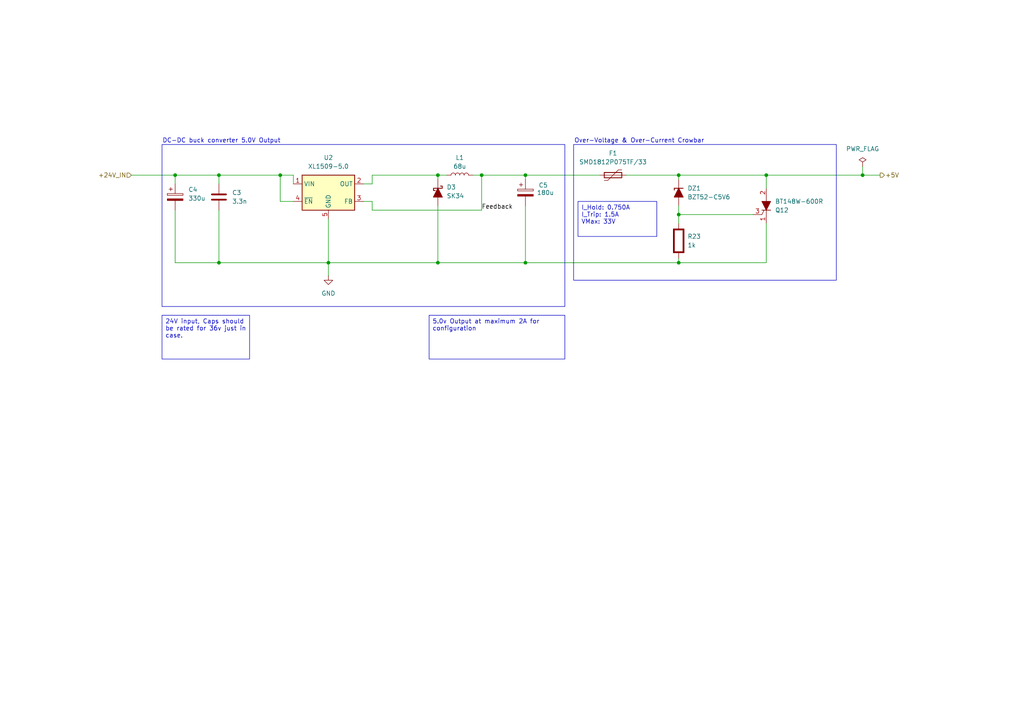
<source format=kicad_sch>
(kicad_sch (version 20250114) (generator "eeschema") (generator_version "9.0")
  (paper "A4")
  (lib_symbols
    (symbol "Device:C" (pin_numbers (hide yes)) (pin_names (offset 0.254))
      (property "Reference" "C" (at 0.635 2.54 0))
      (property "Value" "C" (at 0.635 -2.54 0))
      (symbol "C_0_1"
        (polyline (pts (xy -2.032 0.762) (xy 2.032 0.762)) (stroke (width 0.508)))
        (polyline (pts (xy -2.032 -0.762) (xy 2.032 -0.762)) (stroke (width 0.508)))
      )
      (symbol "C_1_1"
        (pin passive line (at 0 3.81 270) (length 2.794) (name "~") (number "1"))
        (pin passive line (at 0 -3.81 90) (length 2.794) (name "~") (number "2"))
      )
    )
    (symbol "Device:C_Polarized" (pin_numbers (hide yes)) (pin_names (offset 0.254))
      (property "Reference" "C" (at 0.635 2.54 0))
      (property "Value" "C_Polarized" (at 0.635 -2.54 0))
      (symbol "C_Polarized_0_1"
        (rectangle (start -2.286 0.508) (end 2.286 1.016))
        (polyline (pts (xy -1.778 2.286) (xy -0.762 2.286)))
        (polyline (pts (xy -1.27 2.794) (xy -1.27 1.778)))
        (rectangle (start 2.286 -0.508) (end -2.286 -1.016) (fill (type outline)))
      )
      (symbol "C_Polarized_1_1"
        (pin passive line (at 0 3.81 270) (length 2.794) (name "~") (number "1"))
        (pin passive line (at 0 -3.81 90) (length 2.794) (name "~") (number "2"))
      )
    )
    (symbol "Device:L" (pin_numbers (hide yes)) (pin_names (offset 1.016) (hide yes))
      (property "Reference" "L" (at -1.27 0 90))
      (property "Value" "L" (at 1.905 0 90))
      (symbol "L_0_1"
        (arc (start 0 2.54) (mid 0.6323 1.905) (end 0 1.27))
        (arc (start 0 1.27) (mid 0.6323 0.635) (end 0 0))
        (arc (start 0 0) (mid 0.6323 -0.635) (end 0 -1.27))
        (arc (start 0 -1.27) (mid 0.6323 -1.905) (end 0 -2.54))
      )
      (symbol "L_1_1"
        (pin passive line (at 0 3.81 270) (length 1.27) (name "1") (number "1"))
        (pin passive line (at 0 -3.81 90) (length 1.27) (name "2") (number "2"))
      )
    )
    (symbol "Device:Polyfuse" (pin_numbers (hide yes)) (pin_names (offset 0))
      (property "Reference" "F" (at -2.54 0 90))
      (property "Value" "Polyfuse" (at 2.54 0 90))
      (symbol "Polyfuse_0_1"
        (polyline (pts (xy -1.524 2.54) (xy -1.524 1.524) (xy 1.524 -1.524) (xy 1.524 -2.54)))
        (rectangle (start -0.762 2.54) (end 0.762 -2.54) (stroke (width 0.254)))
        (polyline (pts (xy 0 2.54) (xy 0 -2.54)))
      )
      (symbol "Polyfuse_1_1"
        (pin passive line (at 0 3.81 270) (length 1.27) (name "~") (number "1"))
        (pin passive line (at 0 -3.81 90) (length 1.27) (name "~") (number "2"))
      )
    )
    (symbol "PCM_Diode_Schottky_AKL:SK34" (pin_numbers (hide yes)) (pin_names (offset 1.016) (hide yes))
      (property "Reference" "D" (at 0 5.08 0))
      (property "Value" "SK34" (at 0 2.54 0))
      (symbol "SK34_0_1"
        (polyline (pts (xy -1.27 0) (xy 1.27 0)))
        (polyline (pts (xy -1.27 -1.27) (xy -1.27 1.27) (xy 1.27 0) (xy -1.27 -1.27)) (stroke (width 0.254)) (fill (type outline)))
        (polyline (pts (xy 1.905 -0.762) (xy 1.905 -1.27) (xy 1.27 -1.27) (xy 1.27 1.27) (xy 0.635 1.27) (xy 0.635 0.762)) (stroke (width 0.254)))
      )
      (symbol "SK34_0_2"
        (polyline (pts (xy -2.54 -2.54) (xy 2.54 2.54)))
        (polyline (pts (xy -0.889 -0.889) (xy -1.778 0) (xy 0.889 0.889) (xy 0 -1.778) (xy -0.889 -0.889)) (stroke (width 0.254)) (fill (type outline)))
        (polyline (pts (xy 0 1.778) (xy 1.778 0)) (stroke (width 0.254)))
        (polyline (pts (xy 0 1.778) (xy -0.381 1.397) (xy 0 1.016)) (stroke (width 0.254)))
        (polyline (pts (xy 1.778 0) (xy 2.159 0.381) (xy 1.778 0.762)) (stroke (width 0.254)))
      )
      (symbol "SK34_1_1"
        (pin passive line (at -3.81 0 0) (length 2.54) (name "A") (number "2"))
        (pin passive line (at 3.81 0 180) (length 2.54) (name "K") (number "1"))
      )
      (symbol "SK34_1_2"
        (pin passive line (at -2.54 -2.54 0) (length 0) (name "A") (number "2"))
        (pin passive line (at 2.54 2.54 180) (length 0) (name "K") (number "1"))
      )
    )
    (symbol "PCM_Diode_Zener_AKL:BZT52-C5V6" (pin_numbers (hide yes)) (pin_names (offset 1.016) (hide yes))
      (property "Reference" "DZ" (at 0 5.08 0))
      (property "Value" "BZT52-C5V6" (at 0 2.54 0))
      (symbol "BZT52-C5V6_0_1"
        (polyline (pts (xy -1.27 0) (xy 1.27 0)))
        (polyline (pts (xy -1.27 -1.27) (xy -1.27 1.27) (xy 1.27 0) (xy -1.27 -1.27)) (stroke (width 0.254)) (fill (type outline)))
        (polyline (pts (xy 1.27 1.27) (xy 0.762 1.27)) (stroke (width 0.254)))
        (polyline (pts (xy 1.27 1.27) (xy 1.27 -1.27)) (stroke (width 0.254)))
      )
      (symbol "BZT52-C5V6_0_2"
        (polyline (pts (xy -2.54 -2.54) (xy 2.54 2.54)))
        (polyline (pts (xy -0.889 -0.889) (xy -1.778 0) (xy 0.889 0.889) (xy 0 -1.778) (xy -0.889 -0.889)) (stroke (width 0.254)) (fill (type outline)))
        (polyline (pts (xy 0 1.778) (xy -0.381 1.397)) (stroke (width 0.254)))
        (polyline (pts (xy 0 1.778) (xy 1.778 0)) (stroke (width 0.254)))
      )
      (symbol "BZT52-C5V6_1_1"
        (pin passive line (at -3.81 0 0) (length 2.54) (name "A") (number "2"))
        (pin passive line (at 3.81 0 180) (length 2.54) (name "K") (number "1"))
      )
      (symbol "BZT52-C5V6_1_2"
        (pin passive line (at -2.54 -2.54 0) (length 0) (name "A") (number "2"))
        (pin passive line (at 2.54 2.54 180) (length 0) (name "K") (number "1"))
      )
    )
    (symbol "PCM_Elektuur:R" (pin_numbers (hide yes)) (pin_names (offset 0) (hide yes))
      (property "Reference" "R" (at 2.54 3.175 0))
      (property "Value" "R" (at 0 0 90))
      (symbol "R_1_1"
        (polyline (pts (xy -1.524 -3.429) (xy 1.524 -3.429) (xy 1.524 3.429) (xy -1.524 3.429) (xy -1.524 -3.429) (xy -1.27 -3.175) (xy -1.27 3.175) (xy 1.27 3.175) (xy 1.27 -3.175) (xy -1.27 -3.175) (xy -1.524 -3.429)) (stroke (width 0.254)) (fill (type outline)))
        (pin passive line (at 0 5.08 270) (length 1.651) (name "+") (number "1"))
        (pin passive line (at 0 -5.08 90) (length 1.651) (name "-") (number "2"))
      )
      (symbol "R_1_2"
        (polyline (pts (xy -0.508 -3.429) (xy 1.524 -3.429) (xy 1.524 3.429) (xy -0.508 3.429) (xy -0.508 3.175) (xy 1.27 3.175) (xy 1.27 -3.175) (xy -0.508 -3.175) (xy -0.508 -3.429)) (stroke (width 0.254)) (fill (type outline)))
        (pin passive line (at 0 5.08 270) (length 1.651) (name "+") (number "1"))
        (pin passive line (at 0 -5.08 90) (length 1.651) (name "-") (number "2"))
      )
      (symbol "R_1_3"
        (polyline (pts (xy 0 3.4798) (xy 0 3.2004) (xy 0.7112 2.794) (xy -1.1938 1.6764) (xy 0.7112 0.5588) (xy -1.1938 -0.5588) (xy 0.7112 -1.6764) (xy -1.1938 -2.794) (xy 0 -3.4798) (xy 0 -3.2004) (xy -0.7112 -2.794) (xy 1.1938 -1.6764) (xy -0.7112 -0.5588) (xy 1.1938 0.5588) (xy -0.7112 1.6764) (xy 1.1938 2.794) (xy 0 3.4798)) (stroke (width 0.254)) (fill (type outline)))
        (pin passive line (at 0 5.08 270) (length 1.6002) (name "+") (number "1"))
        (pin passive line (at 0 -5.08 90) (length 1.6002) (name "-") (number "2"))
      )
      (symbol "R_1_4"
        (polyline (pts (xy 0 4.5466) (xy 0 4.2672) (xy 0.0508 4.2418) (xy 1.016 3.683) (xy -1.524 2.2098) (xy 1.016 0.7366) (xy -1.524 -0.7366) (xy 1.016 -2.2098) (xy -1.524 -3.683) (xy -0.0762 -4.5212) (xy 0 -4.5466) (xy 0 -4.2672) (xy -0.0508 -4.2418) (xy -1.016 -3.683) (xy 1.524 -2.2098) (xy -1.016 -0.7366) (xy 1.524 0.7366) (xy -1.016 2.2098) (xy 1.524 3.683) (xy 0.0762 4.5212) (xy 0 4.5466)) (stroke (width 0.254)) (fill (type outline)))
        (pin passive line (at 0 5.08 270) (length 0.5334) (name "+") (number "1"))
        (pin passive line (at 0 -5.08 90) (length 0.5334) (name "-") (number "2"))
      )
    )
    (symbol "PCM_Thyristor_AKL:BT148W-600R" (pin_names (offset 0.002) (hide yes))
      (property "Reference" "Q" (at 0 6.35 0))
      (property "Value" "BT148W-600R" (at 0 3.81 0))
      (symbol "BT148W-600R_0_1"
        (polyline (pts (xy -1.27 -1.27) (xy -1.27 1.27) (xy 1.27 0) (xy -1.27 -1.27)) (stroke (width 0.2032)) (fill (type outline)))
        (polyline (pts (xy 1.27 -1.27) (xy 1.27 1.27)) (stroke (width 0.2032)))
        (polyline (pts (xy 2.54 0) (xy -2.54 0)))
        (polyline (pts (xy 2.54 -1.27) (xy 1.27 -0.635)))
      )
      (symbol "BT148W-600R_1_1"
        (pin passive line (at -5.08 0 0) (length 2.54) (name "A") (number "2"))
        (pin input line (at 2.54 -3.81 90) (length 2.54) (name "G") (number "3"))
        (pin passive line (at 5.08 0 180) (length 2.54) (name "K") (number "1"))
      )
    )
    (symbol "Regulator_Switching:XL1509-5.0"
      (property "Reference" "U" (at -7.112 6.096 0))
      (property "Value" "XL1509-5.0" (at 5.842 6.096 0))
      (symbol "XL1509-5.0_0_1"
        (rectangle (start -7.62 5.08) (end 7.62 -5.08) (stroke (width 0.254)) (fill (type background)))
      )
      (symbol "XL1509-5.0_1_1"
        (pin power_in line (at -10.16 2.54 0) (length 2.54) (name "VIN") (number "1"))
        (pin input line (at -10.16 -2.54 0) (length 2.54) (name "~{EN}") (number "4"))
        (pin power_in line (at 0 -7.62 90) (length 2.54) (name "GND") (number "5"))
        (pin passive line (at 0 -7.62 90) (length 2.54) (hide yes) (name "GND") (number "6"))
        (pin passive line (at 0 -7.62 90) (length 2.54) (hide yes) (name "GND") (number "7"))
        (pin passive line (at 0 -7.62 90) (length 2.54) (hide yes) (name "GND") (number "8"))
        (pin power_out line (at 10.16 2.54 180) (length 2.54) (name "OUT") (number "2"))
        (pin input line (at 10.16 -2.54 180) (length 2.54) (name "FB") (number "3"))
      )
    )
    (symbol "power:GND" (power) (pin_numbers (hide yes)) (pin_names (offset 0) (hide yes))
      (property "Value" "GND" (at 0 -3.81 0))
      (symbol "GND_0_1"
        (polyline (pts (xy 0 0) (xy 0 -1.27) (xy 1.27 -1.27) (xy 0 -2.54) (xy -1.27 -1.27) (xy 0 -1.27)))
      )
      (symbol "GND_1_1"
        (pin power_in line (at 0 0 270) (length 0) (name "~") (number "1"))
      )
    )
    (symbol "power:PWR_FLAG" (power) (pin_numbers (hide yes)) (pin_names (offset 0) (hide yes))
      (property "Value" "PWR_FLAG" (at 0 3.81 0))
      (symbol "PWR_FLAG_0_0"
        (pin power_out line (at 0 0 90) (length 0) (name "~") (number "1"))
      )
      (symbol "PWR_FLAG_0_1"
        (polyline (pts (xy 0 0) (xy 0 1.27) (xy -1.016 1.905) (xy 0 2.54) (xy 1.016 1.905) (xy 0 1.27)))
      )
    )
  )
  (rectangle (start 166.37 41.91) (end 242.57 81.28))
  (rectangle (start 46.99 41.91) (end 163.83 88.9))
  (text "DC-DC buck converter 5.0V Output" (at 64.262 40.894 0) (effects (font (size 1.27 1.27))))
  (text "Over-Voltage & Over-Current Crowbar" (at 185.42 40.894 0) (effects (font (size 1.27 1.27))))
  (text_box "24V input, Caps should be rated for 36v just in case." (at 46.99 91.44 0) (size 25.4 12.7) (margins 0.9525 0.9525 0.9525 0.9525) (effects (font (size 1.27 1.27)) (justify left top)))
  (text_box "I_Hold: 0.750A\nI_Trip: 1.5A\nVMax: 33V" (at 167.64 58.42 0) (size 22.86 10.16) (margins 0.9525 0.9525 0.9525 0.9525) (effects (font (size 1.27 1.27)) (justify left top)))
  (text_box "5.0v Output at maximum 2A for configuration" (at 124.46 91.44 0) (size 39.37 12.7) (margins 0.9525 0.9525 0.9525 0.9525) (effects (font (size 1.27 1.27)) (justify left top)))
  (junction (at 50.8 50.8))
  (junction (at 250.19 50.8))
  (junction (at 139.7 50.8))
  (junction (at 222.25 50.8))
  (junction (at 152.4 76.2))
  (junction (at 196.85 76.2))
  (junction (at 95.25 76.2))
  (junction (at 196.85 62.23))
  (junction (at 196.85 50.8))
  (junction (at 127 50.8))
  (junction (at 127 76.2))
  (junction (at 152.4 50.8))
  (junction (at 63.5 50.8))
  (junction (at 81.28 50.8))
  (junction (at 63.5 76.2))
  (wire (pts (xy 222.25 76.2) (xy 196.85 76.2)))
  (wire (pts (xy 152.4 76.2) (xy 127 76.2)))
  (wire (pts (xy 81.28 50.8) (xy 85.09 50.8)))
  (wire (pts (xy 127 50.8) (xy 127 52.07)))
  (wire (pts (xy 81.28 50.8) (xy 81.28 58.42)))
  (wire (pts (xy 137.16 50.8) (xy 139.7 50.8)))
  (wire (pts (xy 50.8 50.8) (xy 63.5 50.8)))
  (wire (pts (xy 95.25 63.5) (xy 95.25 76.2)))
  (wire (pts (xy 139.7 60.96) (xy 139.7 50.8)))
  (wire (pts (xy 181.61 50.8) (xy 196.85 50.8)))
  (wire (pts (xy 63.5 60.96) (xy 63.5 76.2)))
  (wire (pts (xy 222.25 50.8) (xy 250.19 50.8)))
  (wire (pts (xy 222.25 50.8) (xy 222.25 54.61)))
  (wire (pts (xy 196.85 59.69) (xy 196.85 62.23)))
  (wire (pts (xy 50.8 50.8) (xy 50.8 53.34)))
  (wire (pts (xy 85.09 50.8) (xy 85.09 53.34)))
  (wire (pts (xy 105.41 53.34) (xy 107.95 53.34)))
  (wire (pts (xy 196.85 50.8) (xy 196.85 52.07)))
  (wire (pts (xy 127 59.69) (xy 127 76.2)))
  (wire (pts (xy 107.95 53.34) (xy 107.95 50.8)))
  (wire (pts (xy 152.4 76.2) (xy 196.85 76.2)))
  (wire (pts (xy 107.95 60.96) (xy 139.7 60.96)))
  (wire (pts (xy 107.95 58.42) (xy 107.95 60.96)))
  (wire (pts (xy 196.85 62.23) (xy 196.85 64.77)))
  (wire (pts (xy 127 76.2) (xy 95.25 76.2)))
  (wire (pts (xy 152.4 50.8) (xy 173.99 50.8)))
  (wire (pts (xy 63.5 50.8) (xy 81.28 50.8)))
  (wire (pts (xy 50.8 76.2) (xy 63.5 76.2)))
  (wire (pts (xy 196.85 62.23) (xy 218.44 62.23)))
  (wire (pts (xy 95.25 76.2) (xy 95.25 80.01)))
  (wire (pts (xy 250.19 50.8) (xy 255.27 50.8)))
  (wire (pts (xy 196.85 74.93) (xy 196.85 76.2)))
  (wire (pts (xy 107.95 50.8) (xy 127 50.8)))
  (wire (pts (xy 222.25 64.77) (xy 222.25 76.2)))
  (wire (pts (xy 139.7 50.8) (xy 152.4 50.8)))
  (wire (pts (xy 85.09 58.42) (xy 81.28 58.42)))
  (wire (pts (xy 196.85 50.8) (xy 222.25 50.8)))
  (wire (pts (xy 50.8 60.96) (xy 50.8 76.2)))
  (wire (pts (xy 105.41 58.42) (xy 107.95 58.42)))
  (wire (pts (xy 38.1 50.8) (xy 50.8 50.8)))
  (wire (pts (xy 127 50.8) (xy 129.54 50.8)))
  (wire (pts (xy 63.5 76.2) (xy 95.25 76.2)))
  (wire (pts (xy 152.4 59.69) (xy 152.4 76.2)))
  (wire (pts (xy 63.5 50.8) (xy 63.5 53.34)))
  (wire (pts (xy 250.19 48.26) (xy 250.19 50.8)))
  (wire (pts (xy 152.4 52.07) (xy 152.4 50.8)))
  (label "Feedback" (at 139.7 60.96 0))
  (hierarchical_label "+5V" (shape output) (at 255.27 50.8 0))
  (hierarchical_label "+24V_IN" (shape input) (at 38.1 50.8 180))
  (symbol (lib_id "PCM_Diode_Schottky_AKL:SK34") (at 127 55.88 90) (unit 1)
    (property "Reference" "D3" (at 129.54 54.2924 90) (effects (justify right)))
    (property "Value" "SK34" (at 129.54 56.8324 90) (effects (justify right)))
    (property "Footprint" "PCM_Diode_SMD_AKL:D_SMC" (effects (hide yes)))
    (property "Datasheet" "https://www.tme.eu/Document/d802ccdb17dea9d6e2effefc406eb6b1/sk310.pdf" (effects (hide yes)))
    (property "Description" "SMC Schottky diode, 40V, 3A, Alternate KiCAD Library" (effects (hide yes)))
  )
  (symbol (lib_id "Device:Polyfuse") (at 177.8 50.8 90) (unit 1)
    (property "Reference" "F1" (at 177.8 44.45 90))
    (property "Value" "SMD1812P075TF/33" (at 177.8 46.99 90))
    (property "Description" "Resettable fuse, polymeric positive temperature coefficient" (effects (hide yes)))
  )
  (symbol (lib_id "PCM_Thyristor_AKL:BT148W-600R") (at 222.25 59.69 270) (unit 1)
    (property "Reference" "Q12" (at 224.79 60.9601 90) (effects (justify left)))
    (property "Value" "BT148W-600R" (at 224.79 58.4201 90) (effects (justify left)))
    (property "Footprint" "PCM_Package_TO_SOT_SMD_AKL:SOT-223-3_TabPin2" (effects (hide yes)))
    (property "Datasheet" "https://www.tme.eu/Document/80cdab31f97a9d122c41e556605390d8/BT148W-600R.pdf" (effects (hide yes)))
    (property "Description" "SOT-223 Thyristor, Silicon controlled rectifier, 600V, 1A, Alternate KiCAD Library" (effects (hide yes)))
  )
  (symbol (lib_id "Device:C_Polarized") (at 152.4 55.88 0) (unit 1)
    (property "Reference" "C5" (at 156.21 53.7209 0) (effects (justify left)))
    (property "Value" "180u" (at 155.702 55.88 0) (effects (justify left)))
    (property "Description" "Polarized capacitor" (effects (hide yes)))
  )
  (symbol (lib_id "PCM_Elektuur:R") (at 196.85 69.85 0) (unit 1)
    (property "Reference" "R23" (at 199.39 68.5799 0) (effects (justify left)))
    (property "Value" "1k" (at 199.39 71.1199 0) (effects (justify left)))
    (property "Description" "resistor" (effects (hide yes)))
    (property "Indicator" "+" (effects (hide yes)))
    (property "Rating" "W" (effects (hide yes)))
  )
  (symbol (lib_id "Device:C_Polarized") (at 50.8 57.15 0) (unit 1)
    (property "Reference" "C4" (at 54.61 54.9909 0) (effects (justify left)))
    (property "Value" "330u" (at 54.61 57.5309 0) (effects (justify left)))
    (property "Description" "Polarized capacitor" (effects (hide yes)))
  )
  (symbol (lib_id "power:GND") (at 95.25 80.01 0) (unit 1)
    (property "Reference" "#PWR06" (effects (hide yes)))
    (property "Value" "GND" (at 95.25 85.09 0))
    (property "Description" "Power symbol creates a global label with name \"GND\" , ground" (effects (hide yes)))
  )
  (symbol (lib_id "Device:L") (at 133.35 50.8 90) (unit 1)
    (property "Reference" "L1" (at 133.35 45.72 90))
    (property "Value" "68u" (at 133.35 48.26 90))
    (property "Description" "Inductor" (effects (hide yes)))
  )
  (symbol (lib_id "power:PWR_FLAG") (at 250.19 48.26 0) (unit 1)
    (property "Reference" "#FLG03" (effects (hide yes)))
    (property "Value" "PWR_FLAG" (at 250.19 43.18 0))
    (property "Description" "Special symbol for telling ERC where power comes from" (effects (hide yes)))
  )
  (symbol (lib_id "Regulator_Switching:XL1509-5.0") (at 95.25 55.88 0) (unit 1)
    (property "Reference" "U2" (at 95.25 45.72 0))
    (property "Value" "XL1509-5.0" (at 95.25 48.26 0))
    (property "Footprint" "Package_SO:SOIC-8_3.9x4.9mm_P1.27mm" (effects (hide yes)))
    (property "Datasheet" "https://datasheet.lcsc.com/lcsc/1809050422_XLSEMI-XL1509-5-0E1_C61063.pdf" (effects (hide yes)))
    (property "Description" "Buck DC/DC Converter, 2A, 5V Output Voltage, 7-40V Input Voltage" (effects (hide yes)))
  )
  (symbol (lib_id "Device:C") (at 63.5 57.15 0) (unit 1)
    (property "Reference" "C3" (at 67.31 55.8799 0) (effects (justify left)))
    (property "Value" "3.3n" (at 67.31 58.4199 0) (effects (justify left)))
    (property "Description" "Unpolarized capacitor" (effects (hide yes)))
  )
  (symbol (lib_id "PCM_Diode_Zener_AKL:BZT52-C5V6") (at 196.85 55.88 90) (unit 1)
    (property "Reference" "DZ1" (at 199.39 54.6099 90) (effects (justify right)))
    (property "Value" "BZT52-C5V6" (at 199.39 57.1499 90) (effects (justify right)))
    (property "Footprint" "PCM_Diode_SMD_AKL:D_SOD-123" (effects (hide yes)))
    (property "Datasheet" "https://www.tme.eu/Document/a15379e40d52fd7ecbec36fd5b36d1bc/BZT52Cxx_ser.pdf" (effects (hide yes)))
    (property "Description" "SOD-123 Zener diode, 5.6V, 500mW, Alternate KiCAD Library" (effects (hide yes)))
  )
)
</source>
